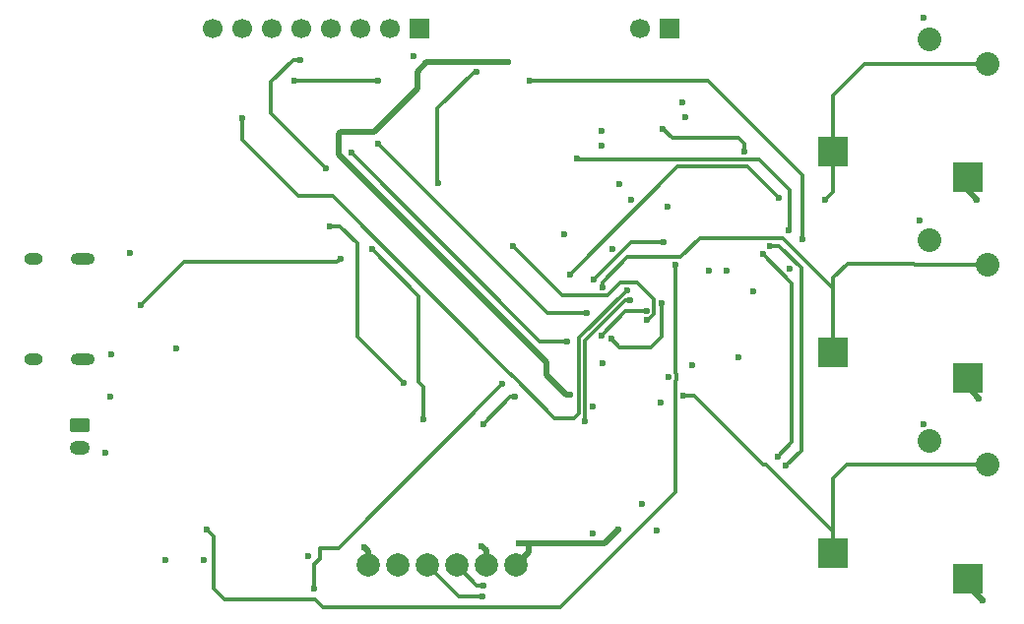
<source format=gbr>
%TF.GenerationSoftware,KiCad,Pcbnew,9.0.6*%
%TF.CreationDate,2025-12-14T01:17:05-08:00*%
%TF.ProjectId,base-station,62617365-2d73-4746-9174-696f6e2e6b69,rev?*%
%TF.SameCoordinates,Original*%
%TF.FileFunction,Copper,L4,Bot*%
%TF.FilePolarity,Positive*%
%FSLAX46Y46*%
G04 Gerber Fmt 4.6, Leading zero omitted, Abs format (unit mm)*
G04 Created by KiCad (PCBNEW 9.0.6) date 2025-12-14 01:17:05*
%MOMM*%
%LPD*%
G01*
G04 APERTURE LIST*
G04 Aperture macros list*
%AMRoundRect*
0 Rectangle with rounded corners*
0 $1 Rounding radius*
0 $2 $3 $4 $5 $6 $7 $8 $9 X,Y pos of 4 corners*
0 Add a 4 corners polygon primitive as box body*
4,1,4,$2,$3,$4,$5,$6,$7,$8,$9,$2,$3,0*
0 Add four circle primitives for the rounded corners*
1,1,$1+$1,$2,$3*
1,1,$1+$1,$4,$5*
1,1,$1+$1,$6,$7*
1,1,$1+$1,$8,$9*
0 Add four rect primitives between the rounded corners*
20,1,$1+$1,$2,$3,$4,$5,0*
20,1,$1+$1,$4,$5,$6,$7,0*
20,1,$1+$1,$6,$7,$8,$9,0*
20,1,$1+$1,$8,$9,$2,$3,0*%
G04 Aperture macros list end*
%TA.AperFunction,ComponentPad*%
%ADD10RoundRect,0.250000X-0.625000X0.350000X-0.625000X-0.350000X0.625000X-0.350000X0.625000X0.350000X0*%
%TD*%
%TA.AperFunction,ComponentPad*%
%ADD11O,1.750000X1.200000*%
%TD*%
%TA.AperFunction,SMDPad,CuDef*%
%ADD12R,2.600000X2.600000*%
%TD*%
%TA.AperFunction,ComponentPad*%
%ADD13C,2.032000*%
%TD*%
%TA.AperFunction,HeatsinkPad*%
%ADD14O,2.100000X1.000000*%
%TD*%
%TA.AperFunction,HeatsinkPad*%
%ADD15O,1.600000X1.000000*%
%TD*%
%TA.AperFunction,ComponentPad*%
%ADD16R,1.700000X1.700000*%
%TD*%
%TA.AperFunction,ComponentPad*%
%ADD17C,1.700000*%
%TD*%
%TA.AperFunction,SMDPad,CuDef*%
%ADD18C,2.000000*%
%TD*%
%TA.AperFunction,ViaPad*%
%ADD19C,0.600000*%
%TD*%
%TA.AperFunction,Conductor*%
%ADD20C,0.300000*%
%TD*%
%TA.AperFunction,Conductor*%
%ADD21C,0.500000*%
%TD*%
G04 APERTURE END LIST*
D10*
%TO.P,J4,1,Pin_1*%
%TO.N,/VBAT*%
X39650000Y-87000000D03*
D11*
%TO.P,J4,2,Pin_2*%
%TO.N,GND*%
X39650000Y-89000000D03*
%TD*%
D12*
%TO.P,SW5,1,1*%
%TO.N,GND*%
X116025000Y-100200000D03*
D13*
X112750000Y-88350000D03*
%TO.P,SW5,2,2*%
%TO.N,/BTN_2*%
X117750000Y-90450000D03*
D12*
X104475000Y-98000000D03*
%TD*%
D14*
%TO.P,J2,S1,SHIELD*%
%TO.N,/SHIELD*%
X39885000Y-72680000D03*
D15*
X35705000Y-72680000D03*
D14*
X39885000Y-81320000D03*
D15*
X35705000Y-81320000D03*
%TD*%
D16*
%TO.P,J3,1,Pin_1*%
%TO.N,+3V3*%
X68900000Y-52900000D03*
D17*
%TO.P,J3,2,Pin_2*%
%TO.N,GND*%
X66360000Y-52900000D03*
%TO.P,J3,3,Pin_3*%
%TO.N,/LCD_SDA*%
X63820000Y-52900000D03*
%TO.P,J3,4,Pin_4*%
%TO.N,/LCD_SCK*%
X61280000Y-52900000D03*
%TO.P,J3,5,Pin_5*%
%TO.N,/LCD_CS*%
X58740000Y-52900000D03*
%TO.P,J3,6,Pin_6*%
%TO.N,/LCD_DC*%
X56200000Y-52900000D03*
%TO.P,J3,7,Pin_7*%
%TO.N,/LCD_RST*%
X53660000Y-52900000D03*
%TO.P,J3,8,Pin_8*%
%TO.N,/LCD_BL*%
X51120000Y-52900000D03*
%TD*%
D16*
%TO.P,J5,1,Pin_1*%
%TO.N,/SWDIO*%
X90375000Y-52900000D03*
D17*
%TO.P,J5,2,Pin_2*%
%TO.N,/SWCLK*%
X87835000Y-52900000D03*
%TD*%
D12*
%TO.P,SW6,1,1*%
%TO.N,GND*%
X116025000Y-65700000D03*
D13*
X112750000Y-53850000D03*
%TO.P,SW6,2,2*%
%TO.N,/BTN_3*%
X117750000Y-55950000D03*
D12*
X104475000Y-63500000D03*
%TD*%
%TO.P,SW4,1,1*%
%TO.N,GND*%
X116025000Y-82950000D03*
D13*
X112750000Y-71100000D03*
%TO.P,SW4,2,2*%
%TO.N,/BTN_1*%
X117750000Y-73200000D03*
D12*
X104475000Y-80750000D03*
%TD*%
D18*
%TO.P,J1,1,Pin_1*%
%TO.N,/VBAT*%
X77160000Y-99055000D03*
%TO.P,J1,2,Pin_2*%
%TO.N,+3V3*%
X74620000Y-99055000D03*
%TO.P,J1,3,Pin_3*%
%TO.N,/I2C_SCL*%
X72080000Y-99055000D03*
%TO.P,J1,4,Pin_4*%
%TO.N,/I2C_SDA*%
X69540000Y-99055000D03*
%TO.P,J1,5,Pin_5*%
%TO.N,unconnected-(J1-Pin_5-Pad5)*%
X67000000Y-99055000D03*
%TO.P,J1,6,Pin_6*%
%TO.N,GND*%
X64460000Y-99055000D03*
%TD*%
D19*
%TO.N,+3V3*%
X91750000Y-60500000D03*
X91500000Y-59250000D03*
X84500000Y-61750000D03*
%TO.N,GND*%
X84500000Y-63000000D03*
X117300000Y-102100000D03*
X112200000Y-86900000D03*
X42400000Y-80900000D03*
X90200000Y-68200000D03*
X89300000Y-96100000D03*
X90300000Y-82900000D03*
X42300000Y-84600000D03*
X117000000Y-84700000D03*
X95300000Y-73700000D03*
X88000000Y-93800000D03*
X81300000Y-70600000D03*
X59300000Y-98300000D03*
X64100000Y-97500000D03*
X93800000Y-73700000D03*
X112200000Y-52000000D03*
X100700000Y-73600000D03*
X96300000Y-81200000D03*
X83800000Y-96300000D03*
X116800000Y-67600000D03*
X85500000Y-71900000D03*
X83800000Y-85400000D03*
X86100000Y-66300000D03*
X44000000Y-72200000D03*
X47000000Y-98600000D03*
X41900000Y-89400000D03*
X84600000Y-81700000D03*
X48000000Y-80400000D03*
X111900000Y-69400000D03*
%TO.N,/VBAT*%
X69200000Y-86500000D03*
X70500000Y-66200000D03*
X86000000Y-96000000D03*
X73800000Y-56600000D03*
X77400000Y-97200000D03*
X64800000Y-71900000D03*
%TO.N,+3V3*%
X92300000Y-81900000D03*
X74200000Y-97400000D03*
X50300000Y-98600000D03*
X87047727Y-67637056D03*
X97600000Y-75500000D03*
X89600000Y-85100000D03*
X68400000Y-55300000D03*
%TO.N,/RESET*%
X59800000Y-101100000D03*
X76000000Y-83500000D03*
X83900000Y-74500000D03*
X89900000Y-71300000D03*
%TO.N,/I2C_SDA*%
X74300000Y-101800000D03*
X99000000Y-71600000D03*
X100400000Y-90500000D03*
%TO.N,/I2C_SCL*%
X98400000Y-72300000D03*
X74400000Y-100800000D03*
X99700000Y-89700000D03*
%TO.N,/D-*%
X100600000Y-70300000D03*
X44900000Y-76700000D03*
X82400000Y-64100000D03*
X62100000Y-72700000D03*
%TO.N,/D+*%
X99800000Y-67500000D03*
X81800000Y-74100000D03*
%TO.N,/LCD_CS*%
X67500000Y-83400000D03*
X74400000Y-86900000D03*
X77100000Y-84600000D03*
X83100000Y-86700000D03*
X61200000Y-69900000D03*
X58600000Y-55600000D03*
X60800000Y-64900000D03*
X87000000Y-76300000D03*
%TO.N,/LCD_SDA*%
X88400000Y-78000003D03*
X76900000Y-71600000D03*
%TO.N,/LCD_SCK*%
X89701000Y-76500000D03*
X65300000Y-62800000D03*
X83300000Y-77400000D03*
X85400000Y-79600000D03*
%TO.N,/LCD_DC*%
X101800000Y-71000000D03*
X58100000Y-57400000D03*
X65300000Y-57400000D03*
X78400000Y-57400000D03*
%TO.N,/LCD_BL*%
X81600000Y-79800000D03*
X84500000Y-79300000D03*
X88400000Y-77200000D03*
X63000000Y-63600000D03*
%TO.N,/LCD_RST*%
X53600000Y-60600000D03*
X86700000Y-75400000D03*
%TO.N,/BOOT*%
X50600000Y-96000000D03*
X90900000Y-73200000D03*
%TO.N,/BTN_1*%
X84600000Y-75200000D03*
%TO.N,/BTN_2*%
X91550000Y-84500000D03*
%TO.N,/BTN_3*%
X103800000Y-67600000D03*
%TO.N,/FLASH_MISO*%
X96800000Y-63500000D03*
X89800000Y-61500000D03*
%TO.N,/VIN*%
X81800000Y-84400000D03*
X76500000Y-55800000D03*
%TD*%
D20*
%TO.N,/LCD_DC*%
X101800000Y-71000000D02*
X101800000Y-65550000D01*
X101800000Y-65550000D02*
X93650000Y-57400000D01*
X93650000Y-57400000D02*
X78400000Y-57400000D01*
D21*
%TO.N,GND*%
X64460000Y-99055000D02*
X64460000Y-97860000D01*
X116025000Y-100825000D02*
X117300000Y-102100000D01*
X116025000Y-66825000D02*
X116800000Y-67600000D01*
X116025000Y-82950000D02*
X116025000Y-83725000D01*
X116025000Y-100200000D02*
X116025000Y-100825000D01*
X64460000Y-97860000D02*
X64100000Y-97500000D01*
X116025000Y-83725000D02*
X117000000Y-84700000D01*
X116025000Y-65700000D02*
X116025000Y-66825000D01*
D20*
%TO.N,/VBAT*%
X73800000Y-56600000D02*
X73600000Y-56600000D01*
X64800000Y-71900000D02*
X68800000Y-75900000D01*
X70400000Y-66100000D02*
X70500000Y-66200000D01*
D21*
X78300000Y-97200000D02*
X77400000Y-97200000D01*
D20*
X68800000Y-83300000D02*
X69200000Y-83700000D01*
X73600000Y-56600000D02*
X70400000Y-59800000D01*
X70400000Y-59800000D02*
X70400000Y-66100000D01*
D21*
X78300000Y-97915000D02*
X77160000Y-99055000D01*
X86000000Y-96000000D02*
X84800000Y-97200000D01*
D20*
X68800000Y-75900000D02*
X68800000Y-83300000D01*
D21*
X78300000Y-97200000D02*
X78300000Y-97915000D01*
X84800000Y-97200000D02*
X78300000Y-97200000D01*
D20*
X69200000Y-83700000D02*
X69200000Y-86500000D01*
D21*
%TO.N,+3V3*%
X74620000Y-99055000D02*
X74620000Y-97820000D01*
X74620000Y-97820000D02*
X74200000Y-97400000D01*
D20*
%TO.N,/RESET*%
X76000000Y-83500000D02*
X61900000Y-97600000D01*
X61900000Y-97600000D02*
X60300000Y-97600000D01*
X60300000Y-98500000D02*
X59800000Y-99000000D01*
X59800000Y-99000000D02*
X59800000Y-101100000D01*
X83900000Y-74500000D02*
X87100000Y-71300000D01*
X60300000Y-97600000D02*
X60300000Y-98500000D01*
X87100000Y-71300000D02*
X89900000Y-71300000D01*
%TO.N,/I2C_SDA*%
X99000000Y-71600000D02*
X99800000Y-71600000D01*
X72285000Y-101800000D02*
X69540000Y-99055000D01*
X99800000Y-71600000D02*
X101700000Y-73500000D01*
X101700000Y-73500000D02*
X101700000Y-89200000D01*
X101700000Y-89200000D02*
X100400000Y-90500000D01*
X74300000Y-101800000D02*
X72285000Y-101800000D01*
%TO.N,/I2C_SCL*%
X100900000Y-74800000D02*
X100900000Y-78100000D01*
X100900000Y-78100000D02*
X100900000Y-88500000D01*
X73825000Y-100800000D02*
X72080000Y-99055000D01*
X100900000Y-88500000D02*
X99700000Y-89700000D01*
X98400000Y-72300000D02*
X100900000Y-74800000D01*
X74400000Y-100800000D02*
X73825000Y-100800000D01*
%TO.N,/D-*%
X98050000Y-64150000D02*
X100700000Y-66800000D01*
X61800000Y-73000000D02*
X48600000Y-73000000D01*
X100700000Y-66800000D02*
X100700000Y-70200000D01*
X62100000Y-72700000D02*
X61800000Y-73000000D01*
X100700000Y-70200000D02*
X100600000Y-70300000D01*
X82400000Y-64100000D02*
X82450000Y-64150000D01*
X48600000Y-73000000D02*
X44900000Y-76700000D01*
X82450000Y-64150000D02*
X98050000Y-64150000D01*
%TO.N,/D+*%
X91100000Y-64800000D02*
X95900000Y-64800000D01*
X97100000Y-64800000D02*
X99800000Y-67500000D01*
X95900000Y-64800000D02*
X97100000Y-64800000D01*
X81800000Y-74100000D02*
X91100000Y-64800000D01*
%TO.N,/LCD_CS*%
X60800000Y-64900000D02*
X56100000Y-60200000D01*
X56100000Y-60200000D02*
X56100000Y-58000000D01*
X83100000Y-81600000D02*
X83100000Y-86700000D01*
X87000000Y-76300000D02*
X86579346Y-76300000D01*
X67500000Y-83400000D02*
X63500000Y-79400000D01*
X56100000Y-57500000D02*
X58000000Y-55600000D01*
X62000000Y-69900000D02*
X61200000Y-69900000D01*
X86579346Y-76300000D02*
X83100000Y-79779346D01*
X58000000Y-55600000D02*
X58600000Y-55600000D01*
X76700000Y-84600000D02*
X74400000Y-86900000D01*
X56100000Y-58000000D02*
X56100000Y-57500000D01*
X77100000Y-84600000D02*
X76700000Y-84600000D01*
X63500000Y-79400000D02*
X63500000Y-71400000D01*
X63500000Y-71400000D02*
X62000000Y-69900000D01*
X83100000Y-79779346D02*
X83100000Y-81600000D01*
%TO.N,/LCD_SDA*%
X89051000Y-77469654D02*
X89051000Y-76230346D01*
X86151000Y-74749000D02*
X85049000Y-75851000D01*
X87569654Y-74749000D02*
X86151000Y-74749000D01*
X89051000Y-76230346D02*
X87569654Y-74749000D01*
X88400000Y-78000003D02*
X88520651Y-78000003D01*
X88520651Y-78000003D02*
X89051000Y-77469654D01*
X85049000Y-75851000D02*
X81151000Y-75851000D01*
X81151000Y-75851000D02*
X76900000Y-71600000D01*
%TO.N,/LCD_SCK*%
X87700000Y-80300000D02*
X86100000Y-80300000D01*
X89701000Y-76500000D02*
X89701000Y-79399000D01*
X83300000Y-77400000D02*
X79900000Y-77400000D01*
X89701000Y-79399000D02*
X89700000Y-79400000D01*
X88800000Y-80300000D02*
X87700000Y-80300000D01*
X79900000Y-77400000D02*
X65300000Y-62800000D01*
X86100000Y-80300000D02*
X85400000Y-79600000D01*
X89700000Y-79400000D02*
X88800000Y-80300000D01*
%TO.N,/LCD_DC*%
X65300000Y-57400000D02*
X58100000Y-57400000D01*
%TO.N,/LCD_BL*%
X88400000Y-77200000D02*
X86600000Y-77200000D01*
X81600000Y-79800000D02*
X79200000Y-79800000D01*
X79200000Y-79800000D02*
X78600000Y-79200000D01*
X78600000Y-79200000D02*
X63000000Y-63600000D01*
X86600000Y-77200000D02*
X84500000Y-79300000D01*
%TO.N,/LCD_RST*%
X80500000Y-86400000D02*
X77001000Y-82901000D01*
X82600000Y-79500000D02*
X82600000Y-86000000D01*
X76619654Y-82499000D02*
X76599000Y-82499000D01*
X82200000Y-86400000D02*
X80500000Y-86400000D01*
X53660000Y-60660000D02*
X53600000Y-60600000D01*
X86700000Y-75400000D02*
X82600000Y-79500000D01*
X53660000Y-62460000D02*
X53660000Y-60660000D01*
X61400000Y-67300000D02*
X58500000Y-67300000D01*
X77001000Y-82880346D02*
X76619654Y-82499000D01*
X58500000Y-67300000D02*
X53660000Y-62460000D01*
X77001000Y-82901000D02*
X77001000Y-82880346D01*
X82600000Y-86000000D02*
X82200000Y-86400000D01*
X76599000Y-82499000D02*
X61400000Y-67300000D01*
%TO.N,/BOOT*%
X90900000Y-73200000D02*
X90900000Y-82579346D01*
X52100000Y-102000000D02*
X51200000Y-101100000D01*
X51200000Y-96600000D02*
X50600000Y-96000000D01*
X90900000Y-82579346D02*
X90951000Y-82630346D01*
X60600000Y-102700000D02*
X59900000Y-102000000D01*
X51200000Y-101100000D02*
X51200000Y-96600000D01*
X90951000Y-83169654D02*
X90900000Y-83220654D01*
X90951000Y-82630346D02*
X90951000Y-83169654D01*
X59900000Y-102000000D02*
X52100000Y-102000000D01*
X90900000Y-83220654D02*
X90900000Y-92800000D01*
X90900000Y-92800000D02*
X81000000Y-102700000D01*
X81000000Y-102700000D02*
X60600000Y-102700000D01*
%TO.N,/BTN_1*%
X111400000Y-73100000D02*
X111500000Y-73200000D01*
X104475000Y-75275000D02*
X104475000Y-80750000D01*
X91351000Y-72549000D02*
X93000000Y-70900000D01*
X86770240Y-72549000D02*
X91351000Y-72549000D01*
X93000000Y-70900000D02*
X100100000Y-70900000D01*
X104475000Y-74325000D02*
X105700000Y-73100000D01*
X84600000Y-75200000D02*
X84600000Y-74719240D01*
X104475000Y-80750000D02*
X104475000Y-74325000D01*
X105700000Y-73100000D02*
X111400000Y-73100000D01*
X111500000Y-73200000D02*
X117750000Y-73200000D01*
X84600000Y-74719240D02*
X86770240Y-72549000D01*
X100100000Y-70900000D02*
X104475000Y-75275000D01*
%TO.N,/BTN_2*%
X92500000Y-84500000D02*
X98400000Y-90400000D01*
X91550000Y-84500000D02*
X92500000Y-84500000D01*
X104475000Y-98000000D02*
X104475000Y-91625000D01*
X105650000Y-90450000D02*
X117750000Y-90450000D01*
X104475000Y-91625000D02*
X105650000Y-90450000D01*
X98700000Y-90400000D02*
X104475000Y-96175000D01*
X98400000Y-90400000D02*
X98700000Y-90400000D01*
X104475000Y-96175000D02*
X104475000Y-98000000D01*
%TO.N,/BTN_3*%
X107150000Y-55950000D02*
X117750000Y-55950000D01*
X104475000Y-63500000D02*
X104475000Y-58625000D01*
X104475000Y-66925000D02*
X104475000Y-63500000D01*
X103800000Y-67600000D02*
X104475000Y-66925000D01*
X104475000Y-58625000D02*
X107150000Y-55950000D01*
%TO.N,/FLASH_MISO*%
X96800000Y-62800000D02*
X96300000Y-62300000D01*
X90600000Y-62300000D02*
X89800000Y-61500000D01*
X96800000Y-63500000D02*
X96800000Y-62800000D01*
X96300000Y-62300000D02*
X90600000Y-62300000D01*
D21*
%TO.N,/VIN*%
X68700000Y-56600000D02*
X68700000Y-58100000D01*
X65000000Y-61800000D02*
X62100000Y-61800000D01*
X76000000Y-55800000D02*
X69500000Y-55800000D01*
X61950000Y-61950000D02*
X61950000Y-63750000D01*
X62100000Y-61800000D02*
X61950000Y-61950000D01*
X68700000Y-58100000D02*
X65000000Y-61800000D01*
X69500000Y-55800000D02*
X68700000Y-56600000D01*
X79800000Y-81600000D02*
X79800000Y-82700000D01*
X76000000Y-55800000D02*
X76500000Y-55800000D01*
X79800000Y-82700000D02*
X81500000Y-84400000D01*
X81500000Y-84400000D02*
X81800000Y-84400000D01*
X61950000Y-63750000D02*
X79800000Y-81600000D01*
%TD*%
M02*

</source>
